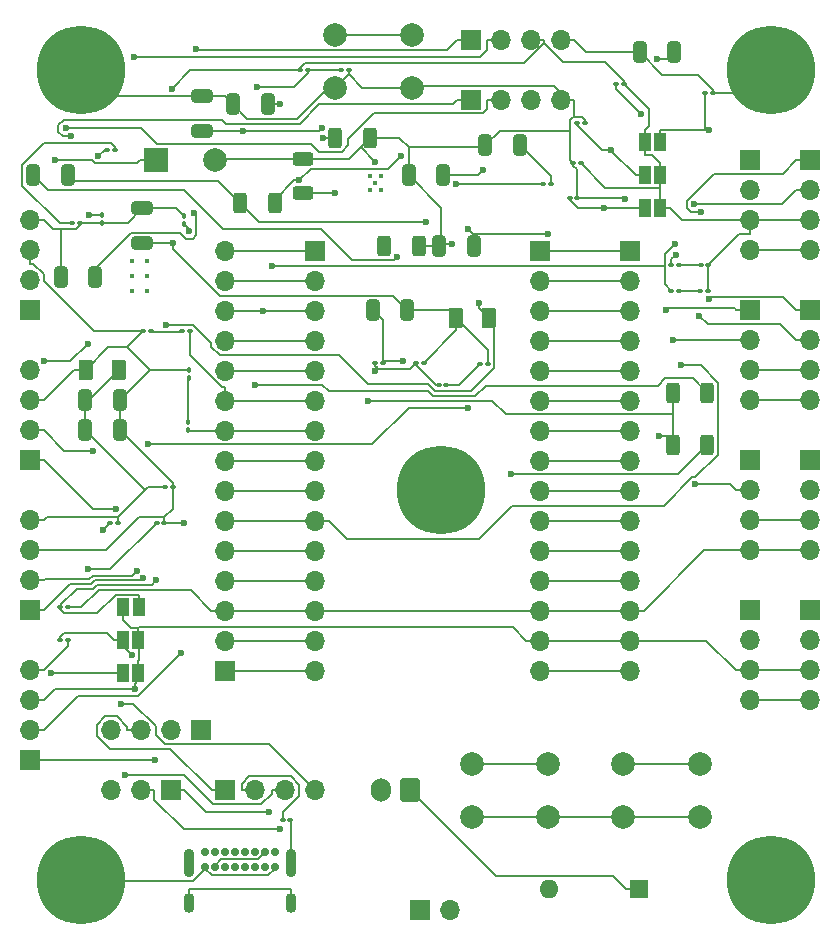
<source format=gbr>
%TF.GenerationSoftware,KiCad,Pcbnew,8.0.7*%
%TF.CreationDate,2025-01-25T22:31:14-05:00*%
%TF.ProjectId,shadow,73686164-6f77-42e6-9b69-6361645f7063,rev?*%
%TF.SameCoordinates,Original*%
%TF.FileFunction,Copper,L2,Bot*%
%TF.FilePolarity,Positive*%
%FSLAX46Y46*%
G04 Gerber Fmt 4.6, Leading zero omitted, Abs format (unit mm)*
G04 Created by KiCad (PCBNEW 8.0.7) date 2025-01-25 22:31:14*
%MOMM*%
%LPD*%
G01*
G04 APERTURE LIST*
G04 Aperture macros list*
%AMRoundRect*
0 Rectangle with rounded corners*
0 $1 Rounding radius*
0 $2 $3 $4 $5 $6 $7 $8 $9 X,Y pos of 4 corners*
0 Add a 4 corners polygon primitive as box body*
4,1,4,$2,$3,$4,$5,$6,$7,$8,$9,$2,$3,0*
0 Add four circle primitives for the rounded corners*
1,1,$1+$1,$2,$3*
1,1,$1+$1,$4,$5*
1,1,$1+$1,$6,$7*
1,1,$1+$1,$8,$9*
0 Add four rect primitives between the rounded corners*
20,1,$1+$1,$2,$3,$4,$5,0*
20,1,$1+$1,$4,$5,$6,$7,0*
20,1,$1+$1,$6,$7,$8,$9,0*
20,1,$1+$1,$8,$9,$2,$3,0*%
G04 Aperture macros list end*
%TA.AperFunction,ComponentPad*%
%ADD10R,1.700000X1.700000*%
%TD*%
%TA.AperFunction,ComponentPad*%
%ADD11O,1.700000X1.700000*%
%TD*%
%TA.AperFunction,ComponentPad*%
%ADD12RoundRect,0.250000X0.600000X0.750000X-0.600000X0.750000X-0.600000X-0.750000X0.600000X-0.750000X0*%
%TD*%
%TA.AperFunction,ComponentPad*%
%ADD13O,1.700000X2.000000*%
%TD*%
%TA.AperFunction,ComponentPad*%
%ADD14C,2.000000*%
%TD*%
%TA.AperFunction,ComponentPad*%
%ADD15C,7.500000*%
%TD*%
%TA.AperFunction,ComponentPad*%
%ADD16C,0.400000*%
%TD*%
%TA.AperFunction,ComponentPad*%
%ADD17R,1.600000X1.600000*%
%TD*%
%TA.AperFunction,ComponentPad*%
%ADD18O,1.600000X1.600000*%
%TD*%
%TA.AperFunction,ComponentPad*%
%ADD19C,0.700000*%
%TD*%
%TA.AperFunction,ComponentPad*%
%ADD20O,0.900000X2.400000*%
%TD*%
%TA.AperFunction,ComponentPad*%
%ADD21O,0.900000X1.700000*%
%TD*%
%TA.AperFunction,ComponentPad*%
%ADD22R,2.000000X2.000000*%
%TD*%
%TA.AperFunction,SMDPad,CuDef*%
%ADD23RoundRect,0.100000X-0.130000X-0.100000X0.130000X-0.100000X0.130000X0.100000X-0.130000X0.100000X0*%
%TD*%
%TA.AperFunction,SMDPad,CuDef*%
%ADD24RoundRect,0.250000X-0.375000X-0.625000X0.375000X-0.625000X0.375000X0.625000X-0.375000X0.625000X0*%
%TD*%
%TA.AperFunction,SMDPad,CuDef*%
%ADD25RoundRect,0.250000X0.325000X0.650000X-0.325000X0.650000X-0.325000X-0.650000X0.325000X-0.650000X0*%
%TD*%
%TA.AperFunction,SMDPad,CuDef*%
%ADD26R,1.000000X1.500000*%
%TD*%
%TA.AperFunction,SMDPad,CuDef*%
%ADD27RoundRect,0.100000X0.130000X0.100000X-0.130000X0.100000X-0.130000X-0.100000X0.130000X-0.100000X0*%
%TD*%
%TA.AperFunction,SMDPad,CuDef*%
%ADD28RoundRect,0.100000X-0.100000X0.130000X-0.100000X-0.130000X0.100000X-0.130000X0.100000X0.130000X0*%
%TD*%
%TA.AperFunction,SMDPad,CuDef*%
%ADD29RoundRect,0.250000X0.312500X0.625000X-0.312500X0.625000X-0.312500X-0.625000X0.312500X-0.625000X0*%
%TD*%
%TA.AperFunction,SMDPad,CuDef*%
%ADD30RoundRect,0.250000X-0.312500X-0.625000X0.312500X-0.625000X0.312500X0.625000X-0.312500X0.625000X0*%
%TD*%
%TA.AperFunction,SMDPad,CuDef*%
%ADD31RoundRect,0.250000X0.625000X-0.312500X0.625000X0.312500X-0.625000X0.312500X-0.625000X-0.312500X0*%
%TD*%
%TA.AperFunction,SMDPad,CuDef*%
%ADD32RoundRect,0.250000X0.650000X-0.325000X0.650000X0.325000X-0.650000X0.325000X-0.650000X-0.325000X0*%
%TD*%
%TA.AperFunction,SMDPad,CuDef*%
%ADD33RoundRect,0.100000X0.100000X-0.130000X0.100000X0.130000X-0.100000X0.130000X-0.100000X-0.130000X0*%
%TD*%
%TA.AperFunction,ViaPad*%
%ADD34C,0.600000*%
%TD*%
%TA.AperFunction,Conductor*%
%ADD35C,0.200000*%
%TD*%
G04 APERTURE END LIST*
D10*
%TO.P,I2C_PINOUT7,1,Pin_1*%
%TO.N,/I2C_PINOUT7/SCL*%
X165862000Y-99060000D03*
D11*
%TO.P,I2C_PINOUT7,2,Pin_2*%
%TO.N,/I2C_PINOUT7/SDA*%
X165862000Y-101600000D03*
%TO.P,I2C_PINOUT7,3,Pin_3*%
%TO.N,VCC*%
X165862000Y-104140000D03*
%TO.P,I2C_PINOUT7,4,Pin_4*%
%TO.N,GND*%
X165862000Y-106680000D03*
%TD*%
D10*
%TO.P,I2C_PINOUT9,1,Pin_1*%
%TO.N,/I2C_PINOUT9/SCL*%
X99847000Y-86360000D03*
D11*
%TO.P,I2C_PINOUT9,2,Pin_2*%
%TO.N,/I2C_PINOUT9/SDA*%
X99847000Y-83820000D03*
%TO.P,I2C_PINOUT9,3,Pin_3*%
%TO.N,VCC*%
X99847000Y-81280000D03*
%TO.P,I2C_PINOUT9,4,Pin_4*%
%TO.N,GND*%
X99847000Y-78740000D03*
%TD*%
D12*
%TO.P,BATT_JST1,1,Pin_1*%
%TO.N,/battery/BAT+*%
X132040000Y-114300000D03*
D13*
%TO.P,BATT_JST1,2,Pin_2*%
%TO.N,/battery/BAT-*%
X129540000Y-114300000D03*
%TD*%
D10*
%TO.P,I2C_PINOUT10,1,Pin_1*%
%TO.N,/I2C_PINOUT10/SCL*%
X99847000Y-99060000D03*
D11*
%TO.P,I2C_PINOUT10,2,Pin_2*%
%TO.N,/I2C_PINOUT10/SDA*%
X99847000Y-96520000D03*
%TO.P,I2C_PINOUT10,3,Pin_3*%
%TO.N,VCC*%
X99847000Y-93980000D03*
%TO.P,I2C_PINOUT10,4,Pin_4*%
%TO.N,GND*%
X99847000Y-91440000D03*
%TD*%
D10*
%TO.P,I2C_PINOUT8,1,Pin_1*%
%TO.N,/I2C_PINOUT8/SCL*%
X99847000Y-73660000D03*
D11*
%TO.P,I2C_PINOUT8,2,Pin_2*%
%TO.N,/I2C_PINOUT8/SDA*%
X99847000Y-71120000D03*
%TO.P,I2C_PINOUT8,3,Pin_3*%
%TO.N,VCC*%
X99847000Y-68580000D03*
%TO.P,I2C_PINOUT8,4,Pin_4*%
%TO.N,GND*%
X99847000Y-66040000D03*
%TD*%
D10*
%TO.P,I2C_PINOUT0,1,Pin_1*%
%TO.N,/I2C_PINOUT/SCL*%
X160782000Y-60960000D03*
D11*
%TO.P,I2C_PINOUT0,2,Pin_2*%
%TO.N,/I2C_PINOUT/SDA*%
X160782000Y-63500000D03*
%TO.P,I2C_PINOUT0,3,Pin_3*%
%TO.N,VCC*%
X160782000Y-66040000D03*
%TO.P,I2C_PINOUT0,4,Pin_4*%
%TO.N,GND*%
X160782000Y-68580000D03*
%TD*%
D10*
%TO.P,I2C_PINOUT12,1,Pin_1*%
%TO.N,/I2C_PINOUT12/SCL*%
X114300000Y-109220000D03*
D11*
%TO.P,I2C_PINOUT12,2,Pin_2*%
%TO.N,/I2C_PINOUT12/SDA*%
X111760000Y-109220000D03*
%TO.P,I2C_PINOUT12,3,Pin_3*%
%TO.N,VCC*%
X109220000Y-109220000D03*
%TO.P,I2C_PINOUT12,4,Pin_4*%
%TO.N,GND*%
X106680000Y-109220000D03*
%TD*%
D10*
%TO.P,UART1,1,Pin_1*%
%TO.N,/GPIO2*%
X111760000Y-114300000D03*
D11*
%TO.P,UART1,2,Pin_2*%
%TO.N,/GPIO1*%
X109220000Y-114300000D03*
%TO.P,UART1,3,Pin_3*%
%TO.N,/GPIO0*%
X106680000Y-114300000D03*
%TD*%
D10*
%TO.P,I2C_PINOUT2,1,Pin_1*%
%TO.N,/I2C_PINOUT2/SCL*%
X160782000Y-86360000D03*
D11*
%TO.P,I2C_PINOUT2,2,Pin_2*%
%TO.N,/I2C_PINOUT2/SDA*%
X160782000Y-88900000D03*
%TO.P,I2C_PINOUT2,3,Pin_3*%
%TO.N,VCC*%
X160782000Y-91440000D03*
%TO.P,I2C_PINOUT2,4,Pin_4*%
%TO.N,GND*%
X160782000Y-93980000D03*
%TD*%
D14*
%TO.P,SW2,1,1*%
%TO.N,/GPIO24*%
X150087000Y-112050000D03*
X156587000Y-112050000D03*
%TO.P,SW2,2,2*%
%TO.N,GND*%
X150087000Y-116550000D03*
X156587000Y-116550000D03*
%TD*%
D10*
%TO.P,PICO_R1,1,Pin_1*%
%TO.N,/GPIO29*%
X143027000Y-68610000D03*
D11*
%TO.P,PICO_R1,2,Pin_2*%
%TO.N,/GPIO28*%
X143027000Y-71150000D03*
%TO.P,PICO_R1,3,Pin_3*%
%TO.N,/GPIO27*%
X143027000Y-73690000D03*
%TO.P,PICO_R1,4,Pin_4*%
%TO.N,/GPIO26*%
X143027000Y-76230000D03*
%TO.P,PICO_R1,5,Pin_5*%
%TO.N,/GPIO25*%
X143027000Y-78770000D03*
%TO.P,PICO_R1,6,Pin_6*%
%TO.N,/GPIO24*%
X143027000Y-81310000D03*
%TO.P,PICO_R1,7,Pin_7*%
%TO.N,/GPIO23*%
X143027000Y-83850000D03*
%TO.P,PICO_R1,8,Pin_8*%
%TO.N,/GPIO22*%
X143027000Y-86390000D03*
%TO.P,PICO_R1,9,Pin_9*%
%TO.N,/GPIO21*%
X143027000Y-88930000D03*
%TO.P,PICO_R1,10,Pin_10*%
%TO.N,/GPIO20*%
X143027000Y-91470000D03*
%TO.P,PICO_R1,11,Pin_11*%
%TO.N,/GPIO19*%
X143027000Y-94010000D03*
%TO.P,PICO_R1,12,Pin_12*%
%TO.N,/GPIO18*%
X143027000Y-96550000D03*
%TO.P,PICO_R1,13,Pin_13*%
%TO.N,GND*%
X143027000Y-99090000D03*
%TO.P,PICO_R1,14,Pin_14*%
%TO.N,VCC*%
X143027000Y-101630000D03*
%TO.P,PICO_R1,15,Pin_15*%
%TO.N,/GPIO15*%
X143027000Y-104170000D03*
%TD*%
D14*
%TO.P,RST_SW1,1,1*%
%TO.N,/GPIO20*%
X125680000Y-50328000D03*
X132180000Y-50328000D03*
%TO.P,RST_SW1,2,2*%
%TO.N,GND*%
X125680000Y-54828000D03*
X132180000Y-54828000D03*
%TD*%
D15*
%TO.P,H4,1,1*%
%TO.N,GND*%
X104140000Y-121920000D03*
%TD*%
D10*
%TO.P,OLED_CONN1,1,Pin_1*%
%TO.N,VCC*%
X116367000Y-114300000D03*
D11*
%TO.P,OLED_CONN1,2,Pin_2*%
%TO.N,GND*%
X118907000Y-114300000D03*
%TO.P,OLED_CONN1,3,Pin_3*%
%TO.N,/OLED_SCL*%
X121447000Y-114300000D03*
%TO.P,OLED_CONN1,4,Pin_4*%
%TO.N,/OLED_SDA*%
X123987000Y-114300000D03*
%TD*%
D15*
%TO.P,H5,1,1*%
%TO.N,GND*%
X162560000Y-121920000D03*
%TD*%
D10*
%TO.P,I2C_PINOUT5,1,Pin_1*%
%TO.N,/I2C_PINOUT5/SCL*%
X165862000Y-73660000D03*
D11*
%TO.P,I2C_PINOUT5,2,Pin_2*%
%TO.N,/I2C_PINOUT5/SDA*%
X165862000Y-76200000D03*
%TO.P,I2C_PINOUT5,3,Pin_3*%
%TO.N,VCC*%
X165862000Y-78740000D03*
%TO.P,I2C_PINOUT5,4,Pin_4*%
%TO.N,GND*%
X165862000Y-81280000D03*
%TD*%
D10*
%TO.P,I2C_PINOUT6,1,Pin_1*%
%TO.N,/I2C_PINOUT6/SCL*%
X165862000Y-86360000D03*
D11*
%TO.P,I2C_PINOUT6,2,Pin_2*%
%TO.N,/I2C_PINOUT6/SDA*%
X165862000Y-88900000D03*
%TO.P,I2C_PINOUT6,3,Pin_3*%
%TO.N,VCC*%
X165862000Y-91440000D03*
%TO.P,I2C_PINOUT6,4,Pin_4*%
%TO.N,GND*%
X165862000Y-93980000D03*
%TD*%
D16*
%TO.P,U3,12*%
%TO.N,N/C*%
X128640000Y-62265000D03*
%TO.P,U3,13*%
X129540000Y-62265000D03*
%TO.P,U3,14*%
X129090000Y-62865000D03*
%TO.P,U3,15*%
X128640000Y-63465000D03*
%TO.P,U3,16*%
X129540000Y-63465000D03*
%TD*%
%TO.P,U5,10*%
%TO.N,N/C*%
X109738200Y-72064400D03*
%TO.P,U5,11*%
X108438200Y-72064400D03*
%TO.P,U5,12*%
X109738200Y-70764400D03*
%TO.P,U5,13*%
X108438200Y-70764400D03*
%TO.P,U5,14*%
X109738200Y-69464400D03*
%TO.P,U5,15*%
X108438200Y-69464400D03*
%TD*%
D10*
%TO.P,MOTOR_CONN1,1,Pin_1*%
%TO.N,/GPIO4*%
X132867000Y-124460000D03*
D11*
%TO.P,MOTOR_CONN1,2,Pin_2*%
%TO.N,/GPIO3*%
X135407000Y-124460000D03*
%TD*%
D14*
%TO.P,SW1,1,1*%
%TO.N,/GPIO23*%
X137237000Y-112050000D03*
X143737000Y-112050000D03*
%TO.P,SW1,2,2*%
%TO.N,GND*%
X137237000Y-116550000D03*
X143737000Y-116550000D03*
%TD*%
D15*
%TO.P,H1,1,1*%
%TO.N,GND*%
X104140000Y-53340000D03*
%TD*%
D10*
%TO.P,US1,1,Pin_1*%
%TO.N,/US_SDA*%
X137160000Y-55855000D03*
D11*
%TO.P,US1,2,Pin_2*%
%TO.N,/US_SCL*%
X139700000Y-55855000D03*
%TO.P,US1,3,Pin_3*%
%TO.N,VCC*%
X142240000Y-55855000D03*
%TO.P,US1,4,Pin_4*%
%TO.N,GND*%
X144780000Y-55855000D03*
%TD*%
D17*
%TO.P,SW3,1,A*%
%TO.N,/battery/BAT+*%
X151384000Y-122682000D03*
D18*
%TO.P,SW3,2,B*%
%TO.N,Net-(SW3-B)*%
X143764000Y-122682000D03*
%TD*%
D19*
%TO.P,J1,A1,GND*%
%TO.N,GND*%
X114627000Y-119495200D03*
%TO.P,J1,A4,VBUS*%
%TO.N,Net-(U3-IN)*%
X115477000Y-119495200D03*
%TO.P,J1,A5,CC1*%
%TO.N,unconnected-(J1-CC1-PadA5)*%
X116327000Y-119495200D03*
%TO.P,J1,A6,D+*%
%TO.N,unconnected-(J1-D+-PadA6)*%
X117177000Y-119495200D03*
%TO.P,J1,A7,D-*%
%TO.N,unconnected-(J1-D--PadA7)*%
X118027000Y-119495200D03*
%TO.P,J1,A8,SBU1*%
%TO.N,unconnected-(J1-SBU1-PadA8)*%
X118877000Y-119495200D03*
%TO.P,J1,A9,VBUS*%
%TO.N,Net-(U3-IN)*%
X119727000Y-119495200D03*
%TO.P,J1,A12,GND*%
%TO.N,GND*%
X120577000Y-119495200D03*
%TO.P,J1,B1,GND*%
X120577000Y-120845200D03*
%TO.P,J1,B4,VBUS*%
%TO.N,Net-(U3-IN)*%
X119727000Y-120845200D03*
%TO.P,J1,B5,CC2*%
%TO.N,unconnected-(J1-CC2-PadB5)*%
X118877000Y-120845200D03*
%TO.P,J1,B6,D+*%
%TO.N,unconnected-(J1-D+-PadB6)*%
X118027000Y-120845200D03*
%TO.P,J1,B7,D-*%
%TO.N,unconnected-(J1-D--PadB7)*%
X117177000Y-120845200D03*
%TO.P,J1,B8,SBU2*%
%TO.N,unconnected-(J1-SBU2-PadB8)*%
X116327000Y-120845200D03*
%TO.P,J1,B9,VBUS*%
%TO.N,Net-(U3-IN)*%
X115477000Y-120845200D03*
%TO.P,J1,B12,GND*%
%TO.N,GND*%
X114627000Y-120845200D03*
D20*
%TO.P,J1,S1,SHIELD*%
%TO.N,Net-(J1-SHIELD)*%
X113277000Y-120475200D03*
D21*
X113277000Y-123855200D03*
D20*
X121927000Y-120475200D03*
D21*
X121927000Y-123855200D03*
%TD*%
D10*
%TO.P,GPIO_L1,1,Pin_1*%
%TO.N,/GPIO14*%
X116357000Y-104170000D03*
D11*
%TO.P,GPIO_L1,2,Pin_2*%
%TO.N,/GPIO13*%
X116357000Y-101630000D03*
%TO.P,GPIO_L1,3,Pin_3*%
%TO.N,GND*%
X116357000Y-99090000D03*
%TO.P,GPIO_L1,4,Pin_4*%
%TO.N,/GPIO11*%
X116357000Y-96550000D03*
%TO.P,GPIO_L1,5,Pin_5*%
%TO.N,/GPIO10*%
X116357000Y-94010000D03*
%TO.P,GPIO_L1,6,Pin_6*%
%TO.N,/GPIO9*%
X116357000Y-91470000D03*
%TO.P,GPIO_L1,7,Pin_7*%
%TO.N,/GPIO8*%
X116357000Y-88930000D03*
%TO.P,GPIO_L1,8,Pin_8*%
%TO.N,/GPIO7*%
X116357000Y-86390000D03*
%TO.P,GPIO_L1,9,Pin_9*%
%TO.N,/GPIO6*%
X116357000Y-83850000D03*
%TO.P,GPIO_L1,10,Pin_10*%
%TO.N,/GPIO5*%
X116357000Y-81310000D03*
%TO.P,GPIO_L1,11,Pin_11*%
%TO.N,/GPIO4*%
X116357000Y-78770000D03*
%TO.P,GPIO_L1,12,Pin_12*%
%TO.N,/GPIO3*%
X116357000Y-76230000D03*
%TO.P,GPIO_L1,13,Pin_13*%
%TO.N,/GPIO2*%
X116357000Y-73690000D03*
%TO.P,GPIO_L1,14,Pin_14*%
%TO.N,/GPIO1*%
X116357000Y-71150000D03*
%TO.P,GPIO_L1,15,Pin_15*%
%TO.N,/GPIO0*%
X116357000Y-68610000D03*
%TD*%
D10*
%TO.P,I2C_PINOUT4,1,Pin_1*%
%TO.N,/I2C_PINOUT4/SCL*%
X165862000Y-60960000D03*
D11*
%TO.P,I2C_PINOUT4,2,Pin_2*%
%TO.N,/I2C_PINOUT4/SDA*%
X165862000Y-63500000D03*
%TO.P,I2C_PINOUT4,3,Pin_3*%
%TO.N,VCC*%
X165862000Y-66040000D03*
%TO.P,I2C_PINOUT4,4,Pin_4*%
%TO.N,GND*%
X165862000Y-68580000D03*
%TD*%
D15*
%TO.P,H3,1,1*%
%TO.N,GND*%
X134620000Y-88900000D03*
%TD*%
D10*
%TO.P,I2C_PINOUT1,1,Pin_1*%
%TO.N,/I2C_PINOUT1/SCL*%
X160807000Y-73660000D03*
D11*
%TO.P,I2C_PINOUT1,2,Pin_2*%
%TO.N,/I2C_PINOUT1/SDA*%
X160807000Y-76200000D03*
%TO.P,I2C_PINOUT1,3,Pin_3*%
%TO.N,VCC*%
X160807000Y-78740000D03*
%TO.P,I2C_PINOUT1,4,Pin_4*%
%TO.N,GND*%
X160807000Y-81280000D03*
%TD*%
D10*
%TO.P,PICO_L1,1,Pin_1*%
%TO.N,/GPIO0*%
X123977000Y-68610000D03*
D11*
%TO.P,PICO_L1,2,Pin_2*%
%TO.N,/GPIO1*%
X123977000Y-71150000D03*
%TO.P,PICO_L1,3,Pin_3*%
%TO.N,/GPIO2*%
X123977000Y-73690000D03*
%TO.P,PICO_L1,4,Pin_4*%
%TO.N,/GPIO3*%
X123977000Y-76230000D03*
%TO.P,PICO_L1,5,Pin_5*%
%TO.N,/GPIO4*%
X123977000Y-78770000D03*
%TO.P,PICO_L1,6,Pin_6*%
%TO.N,/GPIO5*%
X123977000Y-81310000D03*
%TO.P,PICO_L1,7,Pin_7*%
%TO.N,/GPIO6*%
X123977000Y-83850000D03*
%TO.P,PICO_L1,8,Pin_8*%
%TO.N,/GPIO7*%
X123977000Y-86390000D03*
%TO.P,PICO_L1,9,Pin_9*%
%TO.N,/GPIO8*%
X123977000Y-88930000D03*
%TO.P,PICO_L1,10,Pin_10*%
%TO.N,/GPIO9*%
X123977000Y-91470000D03*
%TO.P,PICO_L1,11,Pin_11*%
%TO.N,/GPIO10*%
X123977000Y-94010000D03*
%TO.P,PICO_L1,12,Pin_12*%
%TO.N,/GPIO11*%
X123977000Y-96550000D03*
%TO.P,PICO_L1,13,Pin_13*%
%TO.N,GND*%
X123977000Y-99090000D03*
%TO.P,PICO_L1,14,Pin_14*%
%TO.N,/GPIO13*%
X123977000Y-101630000D03*
%TO.P,PICO_L1,15,Pin_15*%
%TO.N,/GPIO14*%
X123977000Y-104170000D03*
%TD*%
D15*
%TO.P,H2,1,1*%
%TO.N,GND*%
X162560000Y-53340000D03*
%TD*%
D10*
%TO.P,I2C_PINOUT11,1,Pin_1*%
%TO.N,/I2C_PINOUT11/SCL*%
X99847000Y-111760000D03*
D11*
%TO.P,I2C_PINOUT11,2,Pin_2*%
%TO.N,/I2C_PINOUT11/SDA*%
X99847000Y-109220000D03*
%TO.P,I2C_PINOUT11,3,Pin_3*%
%TO.N,VCC*%
X99847000Y-106680000D03*
%TO.P,I2C_PINOUT11,4,Pin_4*%
%TO.N,GND*%
X99847000Y-104140000D03*
%TD*%
D10*
%TO.P,GPIO_R1,1,Pin_1*%
%TO.N,/GPIO29*%
X150647000Y-68610000D03*
D11*
%TO.P,GPIO_R1,2,Pin_2*%
%TO.N,/GPIO28*%
X150647000Y-71150000D03*
%TO.P,GPIO_R1,3,Pin_3*%
%TO.N,/GPIO27*%
X150647000Y-73690000D03*
%TO.P,GPIO_R1,4,Pin_4*%
%TO.N,/GPIO26*%
X150647000Y-76230000D03*
%TO.P,GPIO_R1,5,Pin_5*%
%TO.N,/GPIO25*%
X150647000Y-78770000D03*
%TO.P,GPIO_R1,6,Pin_6*%
%TO.N,/GPIO24*%
X150647000Y-81310000D03*
%TO.P,GPIO_R1,7,Pin_7*%
%TO.N,/GPIO23*%
X150647000Y-83850000D03*
%TO.P,GPIO_R1,8,Pin_8*%
%TO.N,/GPIO22*%
X150647000Y-86390000D03*
%TO.P,GPIO_R1,9,Pin_9*%
%TO.N,/GPIO21*%
X150647000Y-88930000D03*
%TO.P,GPIO_R1,10,Pin_10*%
%TO.N,/GPIO20*%
X150647000Y-91470000D03*
%TO.P,GPIO_R1,11,Pin_11*%
%TO.N,/GPIO19*%
X150647000Y-94010000D03*
%TO.P,GPIO_R1,12,Pin_12*%
%TO.N,/GPIO18*%
X150647000Y-96550000D03*
%TO.P,GPIO_R1,13,Pin_13*%
%TO.N,GND*%
X150647000Y-99090000D03*
%TO.P,GPIO_R1,14,Pin_14*%
%TO.N,VCC*%
X150647000Y-101630000D03*
%TO.P,GPIO_R1,15,Pin_15*%
%TO.N,/GPIO15*%
X150647000Y-104170000D03*
%TD*%
D10*
%TO.P,I2C_PINOUT3,1,Pin_1*%
%TO.N,/I2C_PINOUT3/SCL*%
X160782000Y-99060000D03*
D11*
%TO.P,I2C_PINOUT3,2,Pin_2*%
%TO.N,/I2C_PINOUT3/SDA*%
X160782000Y-101600000D03*
%TO.P,I2C_PINOUT3,3,Pin_3*%
%TO.N,VCC*%
X160782000Y-104140000D03*
%TO.P,I2C_PINOUT3,4,Pin_4*%
%TO.N,GND*%
X160782000Y-106680000D03*
%TD*%
D10*
%TO.P,ARR1,1,Pin_1*%
%TO.N,/SENSOR_SDA*%
X137160000Y-50800000D03*
D11*
%TO.P,ARR1,2,Pin_2*%
%TO.N,/SENSOR_SCL*%
X139700000Y-50800000D03*
%TO.P,ARR1,3,Pin_3*%
%TO.N,VCC*%
X142240000Y-50800000D03*
%TO.P,ARR1,4,Pin_4*%
%TO.N,GND*%
X144780000Y-50800000D03*
%TD*%
D22*
%TO.P,C13,1*%
%TO.N,VCC*%
X110493800Y-60985400D03*
D14*
%TO.P,C13,2*%
%TO.N,GND*%
X115493800Y-60985400D03*
%TD*%
D23*
%TO.P,R18,1*%
%TO.N,VCC*%
X109433000Y-75438000D03*
%TO.P,R18,2*%
%TO.N,Net-(R18-Pad2)*%
X110073000Y-75438000D03*
%TD*%
D24*
%TO.P,D2,1,K*%
%TO.N,VCC*%
X104546000Y-78740000D03*
%TO.P,D2,2,A*%
%TO.N,GND*%
X107346000Y-78740000D03*
%TD*%
D25*
%TO.P,C4,1*%
%TO.N,Net-(D1-K)*%
X131802000Y-73660000D03*
%TO.P,C4,2*%
%TO.N,GND*%
X128852000Y-73660000D03*
%TD*%
D26*
%TO.P,JP6,1,A*%
%TO.N,Net-(JP6-A)*%
X153219000Y-59436000D03*
%TO.P,JP6,2,B*%
%TO.N,VCC*%
X151919000Y-59436000D03*
%TD*%
D27*
%TO.P,C15,1*%
%TO.N,VCC*%
X146486000Y-61214000D03*
%TO.P,C15,2*%
%TO.N,GND*%
X145846000Y-61214000D03*
%TD*%
%TO.P,R13,1*%
%TO.N,GND*%
X104068000Y-66294000D03*
%TO.P,R13,2*%
%TO.N,Net-(R13-Pad2)*%
X103428000Y-66294000D03*
%TD*%
D25*
%TO.P,C7,1*%
%TO.N,Net-(IC2-VDD)*%
X103049600Y-62230000D03*
%TO.P,C7,2*%
%TO.N,/battery/BAT-*%
X100099600Y-62230000D03*
%TD*%
D23*
%TO.P,R2,1*%
%TO.N,Net-(U4-FB)*%
X132547000Y-78105000D03*
%TO.P,R2,2*%
%TO.N,Net-(D1-K)*%
X133187000Y-78105000D03*
%TD*%
D28*
%TO.P,R33,1*%
%TO.N,Net-(R19-Pad2)*%
X113182000Y-83155000D03*
%TO.P,R33,2*%
%TO.N,/GPIO6*%
X113182000Y-83795000D03*
%TD*%
D27*
%TO.P,R22,1*%
%TO.N,GND*%
X103052000Y-98806000D03*
%TO.P,R22,2*%
%TO.N,Net-(JP3-A)*%
X102412000Y-98806000D03*
%TD*%
D25*
%TO.P,C12,1*%
%TO.N,VCC*%
X107467000Y-83820000D03*
%TO.P,C12,2*%
%TO.N,GND*%
X104517000Y-83820000D03*
%TD*%
D27*
%TO.P,R21,1*%
%TO.N,GND*%
X103027000Y-101600000D03*
%TO.P,R21,2*%
%TO.N,Net-(JP4-B)*%
X102387000Y-101600000D03*
%TD*%
D26*
%TO.P,JP7,1,A*%
%TO.N,VCC*%
X153217000Y-62230000D03*
%TO.P,JP7,2,B*%
%TO.N,Net-(JP7-B)*%
X151917000Y-62230000D03*
%TD*%
D27*
%TO.P,R15,1*%
%TO.N,GND*%
X126837000Y-53340000D03*
%TO.P,R15,2*%
%TO.N,Net-(12V1-A)*%
X126197000Y-53340000D03*
%TD*%
D24*
%TO.P,D1,1,K*%
%TO.N,Net-(D1-K)*%
X135912000Y-74295000D03*
%TO.P,D1,2,A*%
%TO.N,Net-(D1-A)*%
X138712000Y-74295000D03*
%TD*%
D25*
%TO.P,C5,1*%
%TO.N,Net-(SW3-B)*%
X154408000Y-51816000D03*
%TO.P,C5,2*%
%TO.N,GND*%
X151458000Y-51816000D03*
%TD*%
D27*
%TO.P,R14,1*%
%TO.N,Net-(12V1-A)*%
X123372000Y-53340000D03*
%TO.P,R14,2*%
%TO.N,VCC*%
X122732000Y-53340000D03*
%TD*%
D29*
%TO.P,R8,1*%
%TO.N,Net-(PG1-A)*%
X157189500Y-80645000D03*
%TO.P,R8,2*%
%TO.N,/battery/BAT+*%
X154264500Y-80645000D03*
%TD*%
D27*
%TO.P,R28,1*%
%TO.N,VCC*%
X157256000Y-69850000D03*
%TO.P,R28,2*%
%TO.N,Net-(R28-Pad2)*%
X156616000Y-69850000D03*
%TD*%
%TO.P,R25,1*%
%TO.N,GND*%
X146177000Y-64135000D03*
%TO.P,R25,2*%
%TO.N,Net-(JP8-B)*%
X145537000Y-64135000D03*
%TD*%
%TO.P,R20,1*%
%TO.N,GND*%
X107279000Y-91694000D03*
%TO.P,R20,2*%
%TO.N,Net-(JP5-B)*%
X106639000Y-91694000D03*
%TD*%
%TO.P,R34,1*%
%TO.N,Net-(R28-Pad2)*%
X154777000Y-69845000D03*
%TO.P,R34,2*%
%TO.N,/GPIO9*%
X154137000Y-69845000D03*
%TD*%
D25*
%TO.P,C10,1*%
%TO.N,Net-(U5-DVDT)*%
X105386000Y-70866000D03*
%TO.P,C10,2*%
%TO.N,GND*%
X102436000Y-70866000D03*
%TD*%
%TO.P,C9,1*%
%TO.N,/battery/BAT+*%
X119962000Y-56220000D03*
%TO.P,C9,2*%
%TO.N,GND*%
X117012000Y-56220000D03*
%TD*%
D29*
%TO.P,R9,1*%
%TO.N,Net-(CHG1-A)*%
X157189500Y-85090000D03*
%TO.P,R9,2*%
%TO.N,/battery/BAT+*%
X154264500Y-85090000D03*
%TD*%
D27*
%TO.P,C14,1*%
%TO.N,VCC*%
X111912000Y-88646000D03*
%TO.P,C14,2*%
%TO.N,GND*%
X111272000Y-88646000D03*
%TD*%
D26*
%TO.P,JP3,1,A*%
%TO.N,Net-(JP3-A)*%
X109036000Y-98806000D03*
%TO.P,JP3,2,B*%
%TO.N,VCC*%
X107736000Y-98806000D03*
%TD*%
D30*
%TO.P,R6,1*%
%TO.N,Net-(U3-ISET)*%
X125689500Y-59055000D03*
%TO.P,R6,2*%
%TO.N,GND*%
X128614500Y-59055000D03*
%TD*%
D27*
%TO.P,R32,1*%
%TO.N,Net-(R27-Pad2)*%
X154772000Y-72009000D03*
%TO.P,R32,2*%
%TO.N,/GPIO8*%
X154132000Y-72009000D03*
%TD*%
D25*
%TO.P,C2,1*%
%TO.N,Net-(U4-SS)*%
X134850000Y-62230000D03*
%TO.P,C2,2*%
%TO.N,GND*%
X131900000Y-62230000D03*
%TD*%
D27*
%TO.P,R30,1*%
%TO.N,Net-(J1-SHIELD)*%
X121895000Y-116840000D03*
%TO.P,R30,2*%
%TO.N,GND*%
X121255000Y-116840000D03*
%TD*%
D25*
%TO.P,C11,1*%
%TO.N,VCC*%
X107467000Y-81280000D03*
%TO.P,C11,2*%
%TO.N,GND*%
X104517000Y-81280000D03*
%TD*%
%TO.P,C1,1*%
%TO.N,Net-(C1-Pad1)*%
X141327000Y-59690000D03*
%TO.P,C1,2*%
%TO.N,GND*%
X138377000Y-59690000D03*
%TD*%
D29*
%TO.P,R10,1*%
%TO.N,GND*%
X132740000Y-68199000D03*
%TO.P,R10,2*%
%TO.N,Net-(U3-TS)*%
X129815000Y-68199000D03*
%TD*%
D23*
%TO.P,R16,1*%
%TO.N,Net-(R1-Pad2)*%
X137972000Y-78232000D03*
%TO.P,R16,2*%
%TO.N,Net-(D1-K)*%
X138612000Y-78232000D03*
%TD*%
D30*
%TO.P,R5,1*%
%TO.N,Net-(IC2-VDD)*%
X117638100Y-64617600D03*
%TO.P,R5,2*%
%TO.N,/battery/BAT+*%
X120563100Y-64617600D03*
%TD*%
D26*
%TO.P,JP8,1,A*%
%TO.N,VCC*%
X153219000Y-65024000D03*
%TO.P,JP8,2,B*%
%TO.N,Net-(JP8-B)*%
X151919000Y-65024000D03*
%TD*%
D28*
%TO.P,R11,1*%
%TO.N,GND*%
X112867000Y-65720000D03*
%TO.P,R11,2*%
%TO.N,Net-(U5-EN{slash}UVLO)*%
X112867000Y-66360000D03*
%TD*%
D27*
%TO.P,R24,1*%
%TO.N,GND*%
X146812000Y-57785000D03*
%TO.P,R24,2*%
%TO.N,Net-(JP7-B)*%
X146172000Y-57785000D03*
%TD*%
D25*
%TO.P,C6,1*%
%TO.N,Net-(SW3-B)*%
X137451500Y-68199000D03*
%TO.P,C6,2*%
%TO.N,GND*%
X134501500Y-68199000D03*
%TD*%
D31*
%TO.P,R7,1*%
%TO.N,Net-(U3-PRETERM)*%
X122936000Y-63754000D03*
%TO.P,R7,2*%
%TO.N,GND*%
X122936000Y-60829000D03*
%TD*%
D32*
%TO.P,C8,1*%
%TO.N,Net-(U3-IN)*%
X114417300Y-58474400D03*
%TO.P,C8,2*%
%TO.N,GND*%
X114417300Y-55524400D03*
%TD*%
D26*
%TO.P,JP4,1,A*%
%TO.N,VCC*%
X109021000Y-101600000D03*
%TO.P,JP4,2,B*%
%TO.N,Net-(JP4-B)*%
X107721000Y-101600000D03*
%TD*%
D23*
%TO.P,R1,1*%
%TO.N,Net-(U4-FB)*%
X134452000Y-80010000D03*
%TO.P,R1,2*%
%TO.N,Net-(R1-Pad2)*%
X135092000Y-80010000D03*
%TD*%
%TO.P,R31,1*%
%TO.N,Net-(R18-Pad2)*%
X112710000Y-75438000D03*
%TO.P,R31,2*%
%TO.N,/GPIO5*%
X113350000Y-75438000D03*
%TD*%
D27*
%TO.P,R3,1*%
%TO.N,GND*%
X129697000Y-78105000D03*
%TO.P,R3,2*%
%TO.N,Net-(U4-FB)*%
X129057000Y-78105000D03*
%TD*%
%TO.P,R26,1*%
%TO.N,VCC*%
X150114000Y-54483000D03*
%TO.P,R26,2*%
%TO.N,Net-(U2-~{RESET})*%
X149474000Y-54483000D03*
%TD*%
D32*
%TO.P,C3,1*%
%TO.N,Net-(D1-K)*%
X109347000Y-67997600D03*
%TO.P,C3,2*%
%TO.N,GND*%
X109347000Y-65047600D03*
%TD*%
D27*
%TO.P,R23,1*%
%TO.N,VCC*%
X111211000Y-91694000D03*
%TO.P,R23,2*%
%TO.N,Net-(U1-~{RESET})*%
X110571000Y-91694000D03*
%TD*%
D28*
%TO.P,R19,1*%
%TO.N,VCC*%
X113309000Y-78740000D03*
%TO.P,R19,2*%
%TO.N,Net-(R19-Pad2)*%
X113309000Y-79380000D03*
%TD*%
D33*
%TO.P,R12,1*%
%TO.N,GND*%
X105943000Y-66269000D03*
%TO.P,R12,2*%
%TO.N,Net-(U5-ILM)*%
X105943000Y-65629000D03*
%TD*%
D27*
%TO.P,R4,1*%
%TO.N,Net-(C1-Pad1)*%
X143946000Y-62992000D03*
%TO.P,R4,2*%
%TO.N,Net-(U4-COMP)*%
X143306000Y-62992000D03*
%TD*%
D26*
%TO.P,JP5,1,A*%
%TO.N,VCC*%
X109021000Y-104394000D03*
%TO.P,JP5,2,B*%
%TO.N,Net-(JP5-B)*%
X107721000Y-104394000D03*
%TD*%
D27*
%TO.P,R29,1*%
%TO.N,GND*%
X157637000Y-55245000D03*
%TO.P,R29,2*%
%TO.N,Net-(JP6-A)*%
X156997000Y-55245000D03*
%TD*%
%TO.P,R17,1*%
%TO.N,Net-(R13-Pad2)*%
X107010600Y-60071000D03*
%TO.P,R17,2*%
%TO.N,Net-(U5-ILM)*%
X106370600Y-60071000D03*
%TD*%
%TO.P,R27,1*%
%TO.N,VCC*%
X157231000Y-72009000D03*
%TO.P,R27,2*%
%TO.N,Net-(R27-Pad2)*%
X156591000Y-72009000D03*
%TD*%
D34*
%TO.N,GND*%
X135580500Y-68034600D03*
X129090500Y-61102800D03*
X150188400Y-64268900D03*
X131417700Y-78004800D03*
%TO.N,Net-(SW3-B)*%
X136939100Y-81919100D03*
X109829600Y-85022800D03*
X136939100Y-66786100D03*
X143718400Y-67223000D03*
X152907300Y-52386800D03*
%TO.N,Net-(U4-FB)*%
X129046300Y-78815300D03*
%TO.N,Net-(U4-COMP)*%
X135952000Y-62992000D03*
%TO.N,Net-(U5-EN{slash}UVLO)*%
X113330500Y-66997900D03*
%TO.N,Net-(D1-K)*%
X111963200Y-67997600D03*
%TO.N,Net-(D1-A)*%
X137880800Y-73034900D03*
X111391500Y-74935900D03*
%TO.N,Net-(U5-ILM)*%
X104811500Y-65629000D03*
X105596600Y-60640400D03*
%TO.N,Net-(12V1-A)*%
X119027000Y-54727000D03*
%TO.N,Net-(U4-SS)*%
X138192000Y-61774800D03*
%TO.N,Net-(JP6-A)*%
X157294500Y-58384300D03*
%TO.N,Net-(JP5-B)*%
X104749100Y-76516100D03*
X106052700Y-92280300D03*
X101029200Y-77998800D03*
X101653200Y-104394000D03*
%TO.N,Net-(JP4-B)*%
X108438300Y-102853200D03*
%TO.N,Net-(JP3-A)*%
X110537500Y-96546200D03*
%TO.N,Net-(U1-~{RESET})*%
X104779200Y-95616600D03*
%TO.N,Net-(JP7-B)*%
X149069200Y-60096100D03*
%TO.N,Net-(JP8-B)*%
X148463200Y-65024000D03*
%TO.N,Net-(U2-~{RESET})*%
X151578500Y-57060100D03*
%TO.N,/OLED_SCL*%
X107868300Y-112990800D03*
%TO.N,/SENSOR_SDA*%
X113856900Y-51578900D03*
%TO.N,/I2C_PINOUT11/SCL*%
X110444500Y-111760000D03*
%TO.N,/I2C_PINOUT9/SDA*%
X105211600Y-85582600D03*
%TO.N,/I2C_PINOUT10/SCL*%
X109452900Y-96338000D03*
%TO.N,/I2C_PINOUT10/SDA*%
X108913800Y-95708400D03*
%TO.N,/OLED_SDA*%
X107507800Y-106965400D03*
%TO.N,/I2C_PINOUT9/SCL*%
X107091300Y-90507300D03*
%TO.N,/SENSOR_SCL*%
X108684800Y-52186700D03*
%TO.N,/I2C_PINOUT11/SDA*%
X112615100Y-102698500D03*
%TO.N,/US_SDA*%
X103342500Y-58939400D03*
%TO.N,/US_SCL*%
X102855200Y-58266800D03*
%TO.N,/I2C_PINOUT4/SCL*%
X156693000Y-65311600D03*
%TO.N,/I2C_PINOUT4/SDA*%
X156049500Y-64701500D03*
%TO.N,/GPIO8*%
X120368000Y-69880000D03*
X154456500Y-68040500D03*
%TO.N,/I2C_PINOUT2/SDA*%
X156178300Y-88415900D03*
%TO.N,/I2C_PINOUT1/SDA*%
X154254800Y-76200000D03*
%TO.N,/GPIO9*%
X154504500Y-68976800D03*
X154941500Y-78308600D03*
%TO.N,/I2C_PINOUT1/SCL*%
X153653100Y-73660000D03*
%TO.N,/I2C_PINOUT5/SCL*%
X157371700Y-72725900D03*
%TO.N,/I2C_PINOUT5/SDA*%
X156453200Y-74115800D03*
%TO.N,/GPIO1*%
X121013500Y-117564400D03*
%TO.N,/GPIO2*%
X120114400Y-116160600D03*
X119588300Y-73690000D03*
%TO.N,Net-(IC2-VDD)*%
X133350000Y-66222500D03*
%TO.N,Net-(U5-DVDT)*%
X113722400Y-65470200D03*
%TO.N,Net-(CHG1-A)*%
X140589800Y-87564200D03*
%TO.N,Net-(PG1-A)*%
X118913900Y-79976800D03*
%TO.N,Net-(U3-ISET)*%
X124612300Y-59055000D03*
%TO.N,Net-(U3-PRETERM)*%
X125664100Y-63754000D03*
%TO.N,VCC*%
X108723300Y-105737800D03*
X101933100Y-60985400D03*
X112853100Y-91694000D03*
X111837300Y-54918500D03*
%TO.N,/battery/BAT-*%
X130913700Y-69130600D03*
%TO.N,/battery/BAT+*%
X153115100Y-84337000D03*
X121042600Y-56220000D03*
X131293600Y-60590800D03*
X128444600Y-81317300D03*
X122642100Y-62676000D03*
%TO.N,Net-(U3-IN)*%
X124594900Y-58207300D03*
X117910400Y-58474400D03*
%TD*%
D35*
%TO.N,GND*%
X132304700Y-54703300D02*
X132180000Y-54828000D01*
X127828600Y-59840900D02*
X129090500Y-61102800D01*
X111272000Y-88646000D02*
X109806700Y-88646000D01*
X107279000Y-91173700D02*
X107279000Y-91694000D01*
X146177000Y-61750700D02*
X145846000Y-61419700D01*
X144780000Y-55855000D02*
X145355900Y-55855000D01*
X113464900Y-97349600D02*
X115205300Y-99090000D01*
X99847000Y-66040000D02*
X100998700Y-66040000D01*
X103052000Y-98806000D02*
X104189900Y-98806000D01*
X107279000Y-91173700D02*
X101265000Y-91173700D01*
X103027000Y-102111700D02*
X103027000Y-101600000D01*
X156587000Y-116550000D02*
X150087000Y-116550000D01*
X114664300Y-120954400D02*
X113620400Y-121998300D01*
X109806700Y-88646000D02*
X109574900Y-88877800D01*
X114627000Y-120917100D02*
X114664300Y-120954400D01*
X145579400Y-60947400D02*
X145579400Y-58467500D01*
X126837000Y-53340000D02*
X126837000Y-53671000D01*
X131900000Y-59864800D02*
X138202200Y-59864800D01*
X118907000Y-114300000D02*
X117755300Y-114300000D01*
X117755300Y-114300000D02*
X117755300Y-113777400D01*
X143737000Y-116550000D02*
X150087000Y-116550000D01*
X122477500Y-57462600D02*
X118254600Y-57462600D01*
X137237000Y-116550000D02*
X143737000Y-116550000D01*
X104806000Y-81280000D02*
X104517000Y-81280000D01*
X138377000Y-59690000D02*
X139599500Y-58467500D01*
X104218300Y-121998300D02*
X104140000Y-121920000D01*
X145355900Y-55855000D02*
X145931700Y-55855000D01*
X145846000Y-61419700D02*
X145846000Y-61214000D01*
X122598700Y-114777100D02*
X121255000Y-116120800D01*
X112194600Y-65047600D02*
X112867000Y-65720000D01*
X165862000Y-68580000D02*
X160782000Y-68580000D01*
X122936000Y-60829000D02*
X126840500Y-60829000D01*
X128614500Y-59055000D02*
X131090200Y-59055000D01*
X109347000Y-65047600D02*
X108125600Y-66269000D01*
X127994000Y-54828000D02*
X126837000Y-53671000D01*
X107346000Y-78740000D02*
X104806000Y-81280000D01*
X103729000Y-66796100D02*
X102436000Y-66796100D01*
X104068000Y-66457100D02*
X103729000Y-66796100D01*
X146177000Y-64135000D02*
X150054500Y-64135000D01*
X134665900Y-68034600D02*
X134501500Y-68199000D01*
X117755300Y-113777400D02*
X118403400Y-113129300D01*
X114417300Y-55524400D02*
X106324400Y-55524400D01*
X131090200Y-59055000D02*
X131900000Y-59864800D01*
X99847000Y-91440000D02*
X100998700Y-91440000D01*
X146561000Y-57282900D02*
X146812000Y-57533900D01*
X145931700Y-57282900D02*
X146561000Y-57282900D01*
X157637000Y-55245000D02*
X160655000Y-55245000D01*
X104517000Y-81280000D02*
X104517000Y-83820000D01*
X157637000Y-55245000D02*
X157637000Y-55008000D01*
X160655000Y-55245000D02*
X162560000Y-53340000D01*
X144780000Y-50800000D02*
X145931700Y-50800000D01*
X104068000Y-66294000D02*
X105918000Y-66294000D01*
X107279000Y-91173700D02*
X109574900Y-88877800D01*
X138202200Y-59864800D02*
X138377000Y-59690000D01*
X114417300Y-55524400D02*
X116316400Y-55524400D01*
X122598700Y-113822900D02*
X122598700Y-114777100D01*
X146947700Y-51816000D02*
X145931700Y-50800000D01*
X145931700Y-57282900D02*
X145931700Y-55855000D01*
X100998700Y-104140000D02*
X103027000Y-102111700D01*
X160782000Y-106680000D02*
X165862000Y-106680000D01*
X118403400Y-113129300D02*
X121905100Y-113129300D01*
X129697000Y-78004800D02*
X129697000Y-78105000D01*
X145846000Y-61214000D02*
X145579400Y-60947400D01*
X101754800Y-66796100D02*
X100998700Y-66040000D01*
X109347000Y-65047600D02*
X112194600Y-65047600D01*
X121905100Y-113129300D02*
X122598700Y-113822900D01*
X122936000Y-60829000D02*
X115650200Y-60829000D01*
X116357000Y-99090000D02*
X115205300Y-99090000D01*
X126837000Y-53671000D02*
X125680000Y-54828000D01*
X106324400Y-55524400D02*
X104140000Y-53340000D01*
X146812000Y-57533900D02*
X146812000Y-57785000D01*
X128614500Y-59055000D02*
X127828600Y-59840900D01*
X131900000Y-62230000D02*
X134665900Y-64995900D01*
X144204200Y-54703300D02*
X132304700Y-54703300D01*
X116316400Y-55524400D02*
X117012000Y-56220000D01*
X105918000Y-66294000D02*
X105943000Y-66269000D01*
X146177000Y-64135000D02*
X146177000Y-61750700D01*
X132180000Y-54828000D02*
X127994000Y-54828000D01*
X157637000Y-55008000D02*
X156369900Y-53740900D01*
X153382900Y-53740900D02*
X151458000Y-51816000D01*
X150054500Y-64135000D02*
X150188400Y-64268900D01*
X99847000Y-104140000D02*
X100998700Y-104140000D01*
X120577000Y-120969800D02*
X120577000Y-120845200D01*
X105646300Y-97349600D02*
X113464900Y-97349600D01*
X113620400Y-121998300D02*
X104218300Y-121998300D01*
X129697000Y-78004800D02*
X131417700Y-78004800D01*
X120032500Y-121514300D02*
X120577000Y-120969800D01*
X132740000Y-68199000D02*
X134501500Y-68199000D01*
X160807000Y-81280000D02*
X165862000Y-81280000D01*
X109574900Y-88877800D02*
X104517000Y-83820000D01*
X145579400Y-58467500D02*
X145579400Y-57558100D01*
X135580500Y-68034600D02*
X134665900Y-68034600D01*
X156908700Y-93980000D02*
X160782000Y-93980000D01*
X156369900Y-53740900D02*
X153382900Y-53740900D01*
X125680000Y-54828000D02*
X125112100Y-54828000D01*
X150647000Y-99090000D02*
X151798700Y-99090000D01*
X128852000Y-73660000D02*
X129697000Y-74505000D01*
X129697000Y-74505000D02*
X129697000Y-78004800D01*
X165862000Y-93980000D02*
X160782000Y-93980000D01*
X131900000Y-59864800D02*
X131900000Y-62230000D01*
X114664300Y-120954400D02*
X115224200Y-121514300D01*
X126840500Y-60829000D02*
X127828600Y-59840900D01*
X115650200Y-60829000D02*
X115493800Y-60985400D01*
X104189900Y-98806000D02*
X105646300Y-97349600D01*
X145579400Y-57558100D02*
X145854600Y-57282900D01*
X115224200Y-121514300D02*
X120032500Y-121514300D01*
X121255000Y-116120800D02*
X121255000Y-116840000D01*
X145355900Y-55855000D02*
X144204200Y-54703300D01*
X108125600Y-66269000D02*
X105943000Y-66269000D01*
X101265000Y-91173700D02*
X100998700Y-91440000D01*
X104068000Y-66294000D02*
X104068000Y-66457100D01*
X102436000Y-70866000D02*
X102436000Y-66796100D01*
X143027000Y-99090000D02*
X150647000Y-99090000D01*
X125112100Y-54828000D02*
X122477500Y-57462600D01*
X151458000Y-51816000D02*
X146947700Y-51816000D01*
X145854600Y-57282900D02*
X145931700Y-57282900D01*
X116357000Y-99090000D02*
X123977000Y-99090000D01*
X118254600Y-57462600D02*
X117012000Y-56220000D01*
X151798700Y-99090000D02*
X156908700Y-93980000D01*
X114627000Y-120845200D02*
X114627000Y-120917100D01*
X123977000Y-99090000D02*
X143027000Y-99090000D01*
X102436000Y-66796100D02*
X101754800Y-66796100D01*
X134665900Y-64995900D02*
X134665900Y-68034600D01*
X139599500Y-58467500D02*
X145579400Y-58467500D01*
%TO.N,Net-(R1-Pad2)*%
X135092000Y-80010000D02*
X136194000Y-80010000D01*
X136194000Y-80010000D02*
X137972000Y-78232000D01*
%TO.N,Net-(SW3-B)*%
X153837200Y-52386800D02*
X152907300Y-52386800D01*
X154408000Y-51816000D02*
X153837200Y-52386800D01*
X109829600Y-85022800D02*
X128800300Y-85022800D01*
X136939100Y-66786100D02*
X137376000Y-67223000D01*
X137376000Y-67223000D02*
X137451500Y-67223000D01*
X137451500Y-68199000D02*
X137451500Y-67223000D01*
X128800300Y-85022800D02*
X131904000Y-81919100D01*
X137451500Y-67223000D02*
X143718400Y-67223000D01*
X131904000Y-81919100D02*
X136939100Y-81919100D01*
%TO.N,Net-(U4-FB)*%
X132435400Y-78216600D02*
X132547000Y-78105000D01*
X134452000Y-80010000D02*
X134228800Y-80010000D01*
X132044900Y-78607100D02*
X132435400Y-78216600D01*
X129276900Y-78584700D02*
X129046300Y-78815300D01*
X129057000Y-78105000D02*
X129057000Y-78364900D01*
X129276900Y-78584700D02*
X129299200Y-78607100D01*
X134228800Y-80010000D02*
X132435400Y-78216600D01*
X129057000Y-78364900D02*
X129276900Y-78584700D01*
X129299200Y-78607100D02*
X132044900Y-78607100D01*
%TO.N,Net-(C1-Pad1)*%
X143946000Y-62309000D02*
X141327000Y-59690000D01*
X143946000Y-62992000D02*
X143946000Y-62309000D01*
%TO.N,Net-(U4-COMP)*%
X143306000Y-62992000D02*
X135952000Y-62992000D01*
%TO.N,Net-(U5-EN{slash}UVLO)*%
X113330500Y-66823500D02*
X113330500Y-66997900D01*
X112867000Y-66360000D02*
X113330500Y-66823500D01*
%TO.N,Net-(D1-K)*%
X130588200Y-72446200D02*
X131802000Y-73660000D01*
X109347000Y-67997600D02*
X111963200Y-67997600D01*
X135912000Y-74295000D02*
X135277000Y-73660000D01*
X138612000Y-76995000D02*
X135912000Y-74295000D01*
X111963200Y-68504400D02*
X115905000Y-72446200D01*
X138612000Y-78232000D02*
X138612000Y-76995000D01*
X115905000Y-72446200D02*
X130588200Y-72446200D01*
X135912000Y-75380000D02*
X135912000Y-74295000D01*
X135277000Y-73660000D02*
X131802000Y-73660000D01*
X133187000Y-78105000D02*
X135912000Y-75380000D01*
X111963200Y-67997600D02*
X111963200Y-68504400D01*
%TO.N,Net-(J1-SHIELD)*%
X121927000Y-116872000D02*
X121927000Y-120475200D01*
X113277000Y-123855200D02*
X113277000Y-122703500D01*
X121895000Y-116840000D02*
X121927000Y-116872000D01*
X121927000Y-123855200D02*
X121927000Y-122703500D01*
X121927000Y-122703500D02*
X113277000Y-122703500D01*
%TO.N,Net-(D1-A)*%
X115205300Y-76472100D02*
X113669100Y-74935900D01*
X115893700Y-77426500D02*
X115205300Y-76738100D01*
X115205300Y-76738100D02*
X115205300Y-76472100D01*
X137880800Y-73034900D02*
X137880800Y-73463800D01*
X125966600Y-77426500D02*
X115893700Y-77426500D01*
X138712000Y-74295000D02*
X139156000Y-74739000D01*
X137178600Y-80513900D02*
X134157200Y-80513900D01*
X113669100Y-74935900D02*
X111391500Y-74935900D01*
X133549400Y-79906100D02*
X128446200Y-79906100D01*
X134157200Y-80513900D02*
X133549400Y-79906100D01*
X137880800Y-73463800D02*
X138712000Y-74295000D01*
X139156000Y-78536500D02*
X137178600Y-80513900D01*
X139156000Y-74739000D02*
X139156000Y-78536500D01*
X128446200Y-79906100D02*
X125966600Y-77426500D01*
%TO.N,Net-(U5-ILM)*%
X106166000Y-60071000D02*
X106370600Y-60071000D01*
X105596600Y-60640400D02*
X106166000Y-60071000D01*
X105943000Y-65629000D02*
X104811500Y-65629000D01*
%TO.N,Net-(R13-Pad2)*%
X106713100Y-59543700D02*
X107010600Y-59841200D01*
X102394000Y-66294000D02*
X99206900Y-63106900D01*
X99206900Y-63106900D02*
X99206900Y-61336500D01*
X100999700Y-59543700D02*
X106713100Y-59543700D01*
X99206900Y-61336500D02*
X100999700Y-59543700D01*
X107010600Y-59841200D02*
X107010600Y-60071000D01*
X103428000Y-66294000D02*
X102394000Y-66294000D01*
%TO.N,Net-(12V1-A)*%
X122192400Y-54727000D02*
X119027000Y-54727000D01*
X123372000Y-53340000D02*
X126197000Y-53340000D01*
X123372000Y-53340000D02*
X123372000Y-53547400D01*
X123372000Y-53547400D02*
X122192400Y-54727000D01*
%TO.N,Net-(U4-SS)*%
X134850000Y-62230000D02*
X137736800Y-62230000D01*
X137736800Y-62230000D02*
X138192000Y-61774800D01*
%TO.N,Net-(JP6-A)*%
X156997000Y-55245000D02*
X156997000Y-58384300D01*
X153219000Y-59436000D02*
X153219000Y-58384300D01*
X153219000Y-58384300D02*
X156997000Y-58384300D01*
X156997000Y-58384300D02*
X157294500Y-58384300D01*
%TO.N,Net-(JP5-B)*%
X107721000Y-104394000D02*
X101653200Y-104394000D01*
X104749100Y-76516100D02*
X103266400Y-77998800D01*
X103266400Y-77998800D02*
X101029200Y-77998800D01*
X106639000Y-91694000D02*
X106052700Y-92280300D01*
%TO.N,Net-(JP4-B)*%
X107520600Y-101600000D02*
X107520600Y-101935500D01*
X107520600Y-101935500D02*
X108438300Y-102853200D01*
X102727600Y-101031900D02*
X102387000Y-101372500D01*
X107520600Y-101600000D02*
X106919300Y-101600000D01*
X106351200Y-101031900D02*
X102727600Y-101031900D01*
X107721000Y-101600000D02*
X107520600Y-101600000D01*
X102387000Y-101372500D02*
X102387000Y-101600000D01*
X106919300Y-101600000D02*
X106351200Y-101031900D01*
%TO.N,Net-(JP3-A)*%
X109036000Y-98806000D02*
X109036000Y-97754300D01*
X105186100Y-97241800D02*
X105480000Y-96947900D01*
X102412000Y-98806000D02*
X102412000Y-98647200D01*
X105553000Y-99312300D02*
X102742100Y-99312300D01*
X109036000Y-97754300D02*
X107111000Y-97754300D01*
X102412000Y-98647200D02*
X103817400Y-97241800D01*
X103817400Y-97241800D02*
X105186100Y-97241800D01*
X107111000Y-97754300D02*
X105553000Y-99312300D01*
X102742100Y-99312300D02*
X102412000Y-98982200D01*
X105480000Y-96947900D02*
X110135800Y-96947900D01*
X102412000Y-98982200D02*
X102412000Y-98806000D01*
X110135800Y-96947900D02*
X110537500Y-96546200D01*
%TO.N,Net-(U1-~{RESET})*%
X106648400Y-95616600D02*
X110571000Y-91694000D01*
X104779200Y-95616600D02*
X106648400Y-95616600D01*
%TO.N,Net-(JP7-B)*%
X148251100Y-60096100D02*
X149069200Y-60096100D01*
X146172000Y-57785000D02*
X146172000Y-58017000D01*
X146172000Y-58017000D02*
X148251100Y-60096100D01*
X149069200Y-60096100D02*
X149069200Y-60183900D01*
X149069200Y-60183900D02*
X151115300Y-62230000D01*
X151917000Y-62230000D02*
X151115300Y-62230000D01*
%TO.N,Net-(JP8-B)*%
X145537000Y-64135000D02*
X145537000Y-64352000D01*
X146209000Y-65024000D02*
X148463200Y-65024000D01*
X145537000Y-64352000D02*
X146209000Y-65024000D01*
X151919000Y-65024000D02*
X148463200Y-65024000D01*
%TO.N,Net-(U2-~{RESET})*%
X149474000Y-54483000D02*
X149474000Y-54955600D01*
X149474000Y-54955600D02*
X151578500Y-57060100D01*
%TO.N,/OLED_SCL*%
X112872300Y-112990800D02*
X107868300Y-112990800D01*
X115333200Y-115451700D02*
X112872300Y-112990800D01*
X121447000Y-114300000D02*
X120295300Y-114300000D01*
X120295300Y-114588000D02*
X119431600Y-115451700D01*
X119431600Y-115451700D02*
X115333200Y-115451700D01*
X120295300Y-114300000D02*
X120295300Y-114588000D01*
%TO.N,/SENSOR_SDA*%
X113929500Y-51651500D02*
X113856900Y-51578900D01*
X135156800Y-51651500D02*
X113929500Y-51651500D01*
X137160000Y-50800000D02*
X136008300Y-50800000D01*
X136008300Y-50800000D02*
X135156800Y-51651500D01*
%TO.N,/I2C_PINOUT11/SCL*%
X99847000Y-111760000D02*
X110444500Y-111760000D01*
%TO.N,/I2C_PINOUT9/SDA*%
X99847000Y-83820000D02*
X100998700Y-83820000D01*
X105211600Y-85582600D02*
X102761300Y-85582600D01*
X102761300Y-85582600D02*
X100998700Y-83820000D01*
%TO.N,/I2C_PINOUT10/SCL*%
X109244700Y-96546200D02*
X109452900Y-96338000D01*
X99847000Y-99060000D02*
X100998700Y-99060000D01*
X105313700Y-96546200D02*
X109244700Y-96546200D01*
X100998700Y-99060000D02*
X103218600Y-96840100D01*
X105019800Y-96840100D02*
X105313700Y-96546200D01*
X103218600Y-96840100D02*
X105019800Y-96840100D01*
%TO.N,/GPIO6*%
X116357000Y-83850000D02*
X123977000Y-83850000D01*
X113237000Y-83850000D02*
X116357000Y-83850000D01*
X113182000Y-83795000D02*
X113237000Y-83850000D01*
%TO.N,/I2C_PINOUT10/SDA*%
X101080300Y-96438400D02*
X104853500Y-96438400D01*
X100998700Y-96520000D02*
X101080300Y-96438400D01*
X105147400Y-96144500D02*
X108477700Y-96144500D01*
X104853500Y-96438400D02*
X105147400Y-96144500D01*
X108477700Y-96144500D02*
X108913800Y-95708400D01*
X99847000Y-96520000D02*
X100998700Y-96520000D01*
%TO.N,/OLED_SDA*%
X110490000Y-108854000D02*
X108601400Y-106965400D01*
X111269000Y-110373200D02*
X110490000Y-109594200D01*
X120060200Y-110373200D02*
X111269000Y-110373200D01*
X123987000Y-114300000D02*
X120060200Y-110373200D01*
X110490000Y-109594200D02*
X110490000Y-108854000D01*
X108601400Y-106965400D02*
X107507800Y-106965400D01*
%TO.N,/I2C_PINOUT9/SCL*%
X99847000Y-86360000D02*
X100998700Y-86360000D01*
X105146000Y-90507300D02*
X107091300Y-90507300D01*
X100998700Y-86360000D02*
X105146000Y-90507300D01*
%TO.N,/SENSOR_SCL*%
X138548300Y-51591800D02*
X137953400Y-52186700D01*
X138548300Y-50800000D02*
X138548300Y-51591800D01*
X137953400Y-52186700D02*
X108684800Y-52186700D01*
X139700000Y-50800000D02*
X138548300Y-50800000D01*
%TO.N,/GPIO5*%
X113350000Y-77439300D02*
X113350000Y-75438000D01*
X116357000Y-80158300D02*
X116069000Y-80158300D01*
X116069000Y-80158300D02*
X113350000Y-77439300D01*
X123977000Y-81310000D02*
X116357000Y-81310000D01*
X116357000Y-81310000D02*
X116357000Y-80158300D01*
%TO.N,/I2C_PINOUT11/SDA*%
X112615100Y-102698500D02*
X108972500Y-106341100D01*
X108972500Y-106341100D02*
X103877600Y-106341100D01*
X103877600Y-106341100D02*
X100998700Y-109220000D01*
X99847000Y-109220000D02*
X100998700Y-109220000D01*
%TO.N,/US_SDA*%
X102691800Y-57569000D02*
X102247400Y-58013400D01*
X116106600Y-57569000D02*
X102691800Y-57569000D01*
X102247400Y-58563600D02*
X102623200Y-58939400D01*
X102623200Y-58939400D02*
X103342500Y-58939400D01*
X102247400Y-58013400D02*
X102247400Y-58563600D01*
X136008300Y-55855000D02*
X135637600Y-56225700D01*
X137160000Y-55855000D02*
X136008300Y-55855000D01*
X135637600Y-56225700D02*
X124353000Y-56225700D01*
X122714200Y-57864500D02*
X116402100Y-57864500D01*
X124353000Y-56225700D02*
X122714200Y-57864500D01*
X116402100Y-57864500D02*
X116106600Y-57569000D01*
%TO.N,/US_SCL*%
X138548300Y-56646800D02*
X138188400Y-57006700D01*
X128943800Y-57006700D02*
X126751500Y-59199000D01*
X138548300Y-55855000D02*
X138548300Y-56646800D01*
X110582900Y-59570400D02*
X109279300Y-58266800D01*
X109279300Y-58266800D02*
X102855200Y-58266800D01*
X123617200Y-59570400D02*
X110582900Y-59570400D01*
X126226600Y-60240000D02*
X124286800Y-60240000D01*
X139700000Y-55855000D02*
X138548300Y-55855000D01*
X126751500Y-59715100D02*
X126226600Y-60240000D01*
X126751500Y-59199000D02*
X126751500Y-59715100D01*
X124286800Y-60240000D02*
X123617200Y-59570400D01*
X138188400Y-57006700D02*
X128943800Y-57006700D01*
%TO.N,/I2C_PINOUT4/SCL*%
X155434300Y-64972900D02*
X155773000Y-65311600D01*
X165862000Y-60960000D02*
X164710300Y-60960000D01*
X164710300Y-60960000D02*
X163558600Y-62111700D01*
X163558600Y-62111700D02*
X157769600Y-62111700D01*
X155773000Y-65311600D02*
X156693000Y-65311600D01*
X155434300Y-64447000D02*
X155434300Y-64972900D01*
X157769600Y-62111700D02*
X155434300Y-64447000D01*
%TO.N,/I2C_PINOUT4/SDA*%
X165862000Y-63500000D02*
X164710300Y-63500000D01*
X164710300Y-63500000D02*
X163508800Y-64701500D01*
X163508800Y-64701500D02*
X156049500Y-64701500D01*
%TO.N,/GPIO8*%
X153591100Y-71468100D02*
X153591100Y-69880000D01*
X116357000Y-88930000D02*
X123977000Y-88930000D01*
X154132000Y-72009000D02*
X153591100Y-71468100D01*
X120368000Y-69880000D02*
X153591100Y-69880000D01*
X153591100Y-68905900D02*
X154456500Y-68040500D01*
X153591100Y-69880000D02*
X153591100Y-68905900D01*
%TO.N,/I2C_PINOUT2/SDA*%
X160782000Y-88900000D02*
X159630300Y-88900000D01*
X156178300Y-88415900D02*
X159146200Y-88415900D01*
X159146200Y-88415900D02*
X159630300Y-88900000D01*
%TO.N,/I2C_PINOUT1/SDA*%
X160807000Y-76200000D02*
X154254800Y-76200000D01*
%TO.N,/GPIO9*%
X156624700Y-78308600D02*
X158111500Y-79795400D01*
X153543500Y-90199900D02*
X153543500Y-90200000D01*
X123977000Y-91470000D02*
X125128700Y-91470000D01*
X126666800Y-93008100D02*
X125128700Y-91470000D01*
X155929200Y-87814200D02*
X153543500Y-90199900D01*
X154137000Y-69344300D02*
X154504500Y-68976800D01*
X137860300Y-93008100D02*
X126666800Y-93008100D01*
X153543500Y-90200000D02*
X140668400Y-90200000D01*
X158111500Y-79795400D02*
X158111500Y-85891500D01*
X116357000Y-91470000D02*
X123977000Y-91470000D01*
X140668400Y-90200000D02*
X137860300Y-93008100D01*
X154137000Y-69845000D02*
X154137000Y-69344300D01*
X154941500Y-78308600D02*
X156624700Y-78308600D01*
X158111500Y-85891500D02*
X156188800Y-87814200D01*
X156188800Y-87814200D02*
X155929200Y-87814200D01*
%TO.N,/I2C_PINOUT1/SCL*%
X159509400Y-73514100D02*
X153799000Y-73514100D01*
X153799000Y-73514100D02*
X153653100Y-73660000D01*
X160807000Y-73660000D02*
X159655300Y-73660000D01*
X159655300Y-73660000D02*
X159509400Y-73514100D01*
%TO.N,/I2C_PINOUT5/SCL*%
X163556600Y-72506300D02*
X157591300Y-72506300D01*
X165862000Y-73660000D02*
X164710300Y-73660000D01*
X157591300Y-72506300D02*
X157371700Y-72725900D01*
X164710300Y-73660000D02*
X163556600Y-72506300D01*
%TO.N,/I2C_PINOUT5/SDA*%
X157207400Y-74870000D02*
X163380300Y-74870000D01*
X156453200Y-74115800D02*
X157207400Y-74870000D01*
X165862000Y-76200000D02*
X164710300Y-76200000D01*
X163380300Y-74870000D02*
X164710300Y-76200000D01*
%TO.N,/GPIO19*%
X150647000Y-94010000D02*
X143027000Y-94010000D01*
%TO.N,/GPIO18*%
X150647000Y-96550000D02*
X143027000Y-96550000D01*
%TO.N,/GPIO24*%
X150647000Y-81310000D02*
X143027000Y-81310000D01*
X156587000Y-112050000D02*
X150087000Y-112050000D01*
%TO.N,/GPIO26*%
X150647000Y-76230000D02*
X143027000Y-76230000D01*
%TO.N,/GPIO27*%
X150647000Y-73690000D02*
X143027000Y-73690000D01*
%TO.N,/GPIO28*%
X150647000Y-71150000D02*
X143027000Y-71150000D01*
%TO.N,/GPIO25*%
X150647000Y-78770000D02*
X143027000Y-78770000D01*
%TO.N,/GPIO23*%
X150647000Y-83850000D02*
X143027000Y-83850000D01*
X143737000Y-112050000D02*
X137237000Y-112050000D01*
%TO.N,/GPIO15*%
X150647000Y-104170000D02*
X143027000Y-104170000D01*
%TO.N,/GPIO20*%
X150647000Y-91470000D02*
X143027000Y-91470000D01*
X132180000Y-50328000D02*
X125680000Y-50328000D01*
%TO.N,/GPIO21*%
X150647000Y-88930000D02*
X143027000Y-88930000D01*
%TO.N,/GPIO22*%
X150647000Y-86390000D02*
X143027000Y-86390000D01*
%TO.N,/GPIO29*%
X150647000Y-68610000D02*
X143027000Y-68610000D01*
%TO.N,/GPIO0*%
X116357000Y-68610000D02*
X123977000Y-68610000D01*
%TO.N,/GPIO10*%
X116357000Y-94010000D02*
X123977000Y-94010000D01*
%TO.N,/GPIO14*%
X116357000Y-104170000D02*
X123977000Y-104170000D01*
%TO.N,/GPIO3*%
X116357000Y-76230000D02*
X123977000Y-76230000D01*
%TO.N,/GPIO1*%
X110371700Y-115091800D02*
X112844300Y-117564400D01*
X116357000Y-71150000D02*
X123977000Y-71150000D01*
X110371700Y-114300000D02*
X110371700Y-115091800D01*
X112844300Y-117564400D02*
X121013500Y-117564400D01*
X109220000Y-114300000D02*
X110371700Y-114300000D01*
%TO.N,/GPIO4*%
X116357000Y-78770000D02*
X123977000Y-78770000D01*
%TO.N,/GPIO7*%
X116357000Y-86390000D02*
X123977000Y-86390000D01*
%TO.N,/GPIO13*%
X116357000Y-101630000D02*
X123977000Y-101630000D01*
%TO.N,/GPIO2*%
X119588300Y-73690000D02*
X116357000Y-73690000D01*
X114772300Y-116160600D02*
X120114400Y-116160600D01*
X111760000Y-114300000D02*
X112911700Y-114300000D01*
X112911700Y-114300000D02*
X114772300Y-116160600D01*
X123977000Y-73690000D02*
X119588300Y-73690000D01*
%TO.N,/GPIO11*%
X116357000Y-96550000D02*
X123977000Y-96550000D01*
%TO.N,Net-(IC2-VDD)*%
X119243000Y-66222500D02*
X133350000Y-66222500D01*
X117638100Y-64617600D02*
X119243000Y-66222500D01*
X103571100Y-62751500D02*
X103049600Y-62230000D01*
X115772000Y-62751500D02*
X103571100Y-62751500D01*
X117638100Y-64617600D02*
X115772000Y-62751500D01*
%TO.N,Net-(U5-DVDT)*%
X105386000Y-70139500D02*
X108405600Y-67119900D01*
X113617800Y-67612300D02*
X113932300Y-67297800D01*
X113932300Y-65680100D02*
X113722400Y-65470200D01*
X105386000Y-70866000D02*
X105386000Y-70139500D01*
X112561900Y-67119900D02*
X113054300Y-67612300D01*
X113932300Y-67297800D02*
X113932300Y-65680100D01*
X108405600Y-67119900D02*
X112561900Y-67119900D01*
X113054300Y-67612300D02*
X113617800Y-67612300D01*
%TO.N,Net-(CHG1-A)*%
X154715300Y-87564200D02*
X140589800Y-87564200D01*
X157189500Y-85090000D02*
X154715300Y-87564200D01*
%TO.N,Net-(PG1-A)*%
X155990000Y-79445500D02*
X157189500Y-80645000D01*
X118913900Y-79976800D02*
X124593400Y-79976800D01*
X124593400Y-79976800D02*
X125130500Y-80513900D01*
X125130500Y-80513900D02*
X133553400Y-80513900D01*
X133955100Y-80915600D02*
X137544900Y-80915600D01*
X153619900Y-79445500D02*
X155990000Y-79445500D01*
X138420400Y-80040100D02*
X153025300Y-80040100D01*
X153025300Y-80040100D02*
X153619900Y-79445500D01*
X137544900Y-80915600D02*
X138420400Y-80040100D01*
X133553400Y-80513900D02*
X133955100Y-80915600D01*
%TO.N,Net-(U3-ISET)*%
X125689500Y-59055000D02*
X124612300Y-59055000D01*
%TO.N,Net-(U3-PRETERM)*%
X122936000Y-63754000D02*
X125664100Y-63754000D01*
%TO.N,Net-(R18-Pad2)*%
X110073000Y-75438000D02*
X110175700Y-75540700D01*
X110175700Y-75540700D02*
X112607300Y-75540700D01*
X112607300Y-75540700D02*
X112710000Y-75438000D01*
%TO.N,Net-(R19-Pad2)*%
X113309000Y-79380000D02*
X113182000Y-79507000D01*
X113182000Y-79507000D02*
X113182000Y-83155000D01*
%TO.N,Net-(R27-Pad2)*%
X156591000Y-72009000D02*
X154772000Y-72009000D01*
%TO.N,Net-(R28-Pad2)*%
X154782000Y-69850000D02*
X156616000Y-69850000D01*
X154777000Y-69845000D02*
X154782000Y-69850000D01*
%TO.N,VCC*%
X109021000Y-104994800D02*
X108723300Y-105292500D01*
X110493800Y-60985400D02*
X109192100Y-60985400D01*
X145006100Y-52682900D02*
X143391700Y-51068500D01*
X140699400Y-100454100D02*
X109115200Y-100454100D01*
X111211000Y-91694000D02*
X111211000Y-91168200D01*
X153217000Y-63281700D02*
X148553700Y-63281700D01*
X106294800Y-93980000D02*
X99847000Y-93980000D01*
X105090800Y-60985400D02*
X105347500Y-61242100D01*
X105240900Y-75438000D02*
X109433000Y-75438000D01*
X148553700Y-63281700D02*
X146486000Y-61214000D01*
X143027000Y-101630000D02*
X150647000Y-101630000D01*
X100998700Y-71195800D02*
X105240900Y-75438000D01*
X157256000Y-69850000D02*
X157256000Y-71984000D01*
X109220000Y-109220000D02*
X108068300Y-109220000D01*
X100998700Y-81280000D02*
X103538700Y-78740000D01*
X109115200Y-100454100D02*
X109021000Y-100548300D01*
X107736000Y-98806000D02*
X107736000Y-99857700D01*
X153219000Y-65024000D02*
X153219000Y-63972300D01*
X106484000Y-76802000D02*
X104546000Y-78740000D01*
X160782000Y-66040000D02*
X160782000Y-67191700D01*
X99847000Y-81280000D02*
X100998700Y-81280000D01*
X165862000Y-91440000D02*
X160782000Y-91440000D01*
X116367000Y-114300000D02*
X115215300Y-114300000D01*
X106224000Y-108047200D02*
X105528300Y-108742900D01*
X154020700Y-65024000D02*
X155036700Y-66040000D01*
X152526400Y-60487700D02*
X153217000Y-61178300D01*
X150114000Y-54483000D02*
X150114000Y-54238300D01*
X109021000Y-101600000D02*
X109021000Y-100548300D01*
X109021000Y-103342300D02*
X109067000Y-103296300D01*
X108426600Y-100548300D02*
X109021000Y-100548300D01*
X100998700Y-70595400D02*
X100998700Y-71195800D01*
X108068300Y-109220000D02*
X108068300Y-108932100D01*
X107736000Y-99857700D02*
X108426600Y-100548300D01*
X111211000Y-91168200D02*
X109106600Y-91168200D01*
X165862000Y-66040000D02*
X160782000Y-66040000D01*
X103538700Y-78740000D02*
X104546000Y-78740000D01*
X109067000Y-103296300D02*
X109067000Y-101646000D01*
X160206200Y-104140000D02*
X159630300Y-104140000D01*
X157256000Y-71984000D02*
X157231000Y-72009000D01*
X111912000Y-88265000D02*
X111912000Y-88646000D01*
X143027000Y-101630000D02*
X141875300Y-101630000D01*
X150114000Y-54483000D02*
X152231400Y-56600400D01*
X111211000Y-91168200D02*
X111912000Y-90467200D01*
X107467000Y-81280000D02*
X110007000Y-78740000D01*
X108069000Y-76802000D02*
X109433000Y-75438000D01*
X160782000Y-66040000D02*
X159630300Y-66040000D01*
X153217000Y-63970300D02*
X153219000Y-63972300D01*
X159914300Y-67191700D02*
X160782000Y-67191700D01*
X150114000Y-54238300D02*
X148558600Y-52682900D01*
X105528300Y-108742900D02*
X105528300Y-109697100D01*
X151919000Y-59436000D02*
X151919000Y-60487700D01*
X109067000Y-101646000D02*
X109021000Y-101600000D01*
X108935400Y-61242100D02*
X109192100Y-60985400D01*
X152231400Y-56600400D02*
X152231400Y-58071900D01*
X99847000Y-69731700D02*
X100135000Y-69731700D01*
X108069000Y-76802000D02*
X110007000Y-78740000D01*
X148558600Y-52682900D02*
X145006100Y-52682900D01*
X107183400Y-108047200D02*
X106224000Y-108047200D01*
X153219000Y-65024000D02*
X154020700Y-65024000D01*
X101940900Y-105737800D02*
X108723300Y-105737800D01*
X109021000Y-104394000D02*
X109021000Y-104994800D01*
X122732000Y-53340000D02*
X113415800Y-53340000D01*
X111211000Y-91694000D02*
X112853100Y-91694000D01*
X108723300Y-105292500D02*
X108723300Y-105737800D01*
X122732000Y-53122900D02*
X122732000Y-53340000D01*
X143391700Y-51068500D02*
X143391700Y-50800000D01*
X151919000Y-59436000D02*
X151919000Y-58384300D01*
X160206200Y-104140000D02*
X160782000Y-104140000D01*
X142240000Y-50800000D02*
X143391700Y-50800000D01*
X99847000Y-68580000D02*
X99847000Y-69731700D01*
X105347500Y-61242100D02*
X108935400Y-61242100D01*
X111912000Y-90467200D02*
X111912000Y-88646000D01*
X109021000Y-104394000D02*
X109021000Y-103342300D01*
X157256000Y-69850000D02*
X159914300Y-67191700D01*
X160807000Y-78740000D02*
X165862000Y-78740000D01*
X160782000Y-104140000D02*
X165862000Y-104140000D01*
X109106600Y-91168200D02*
X106294800Y-93980000D01*
X155036700Y-66040000D02*
X159630300Y-66040000D01*
X106606100Y-110774900D02*
X111690200Y-110774900D01*
X123099800Y-52755100D02*
X122732000Y-53122900D01*
X111690200Y-110774900D02*
X115215300Y-114300000D01*
X107467000Y-83820000D02*
X111912000Y-88265000D01*
X101933100Y-60985400D02*
X105090800Y-60985400D01*
X141875300Y-101630000D02*
X140699400Y-100454100D01*
X105528300Y-109697100D02*
X106606100Y-110774900D01*
X143391700Y-51068500D02*
X141705100Y-52755100D01*
X110007000Y-78740000D02*
X113309000Y-78740000D01*
X100135000Y-69731700D02*
X100998700Y-70595400D01*
X108068300Y-108932100D02*
X107183400Y-108047200D01*
X108069000Y-76802000D02*
X106484000Y-76802000D01*
X153217000Y-62230000D02*
X153217000Y-63281700D01*
X150647000Y-101630000D02*
X157120300Y-101630000D01*
X157120300Y-101630000D02*
X159630300Y-104140000D01*
X99847000Y-106680000D02*
X100998700Y-106680000D01*
X100998700Y-106680000D02*
X101940900Y-105737800D01*
X153217000Y-63281700D02*
X153217000Y-63970300D01*
X151919000Y-60487700D02*
X152526400Y-60487700D01*
X113415800Y-53340000D02*
X111837300Y-54918500D01*
X152231400Y-58071900D02*
X151919000Y-58384300D01*
X153217000Y-62230000D02*
X153217000Y-61178300D01*
X107467000Y-81280000D02*
X107467000Y-83820000D01*
X141705100Y-52755100D02*
X123099800Y-52755100D01*
%TO.N,/battery/BAT-*%
X100099600Y-62230000D02*
X101389600Y-63520000D01*
X127068500Y-69383900D02*
X130660400Y-69383900D01*
X112893600Y-63520000D02*
X116141900Y-66768300D01*
X130660400Y-69383900D02*
X130913700Y-69130600D01*
X124452900Y-66768300D02*
X127068500Y-69383900D01*
X101389600Y-63520000D02*
X112893600Y-63520000D01*
X116141900Y-66768300D02*
X124452900Y-66768300D01*
%TO.N,/battery/BAT+*%
X120563100Y-64334800D02*
X120563100Y-64617600D01*
X140137800Y-82489800D02*
X138965300Y-81317300D01*
X131293600Y-60590800D02*
X130177700Y-61706700D01*
X122221900Y-62676000D02*
X120563100Y-64334800D01*
X138965300Y-81317300D02*
X128444600Y-81317300D01*
X122642100Y-62676000D02*
X122221900Y-62676000D01*
X154264500Y-85090000D02*
X154264500Y-84337000D01*
X150282300Y-122682000D02*
X149180600Y-121580300D01*
X154264500Y-82489800D02*
X154264500Y-80645000D01*
X154264500Y-84337000D02*
X153115100Y-84337000D01*
X154264500Y-82489800D02*
X140137800Y-82489800D01*
X151384000Y-122682000D02*
X150282300Y-122682000D01*
X123611400Y-61706700D02*
X122642100Y-62676000D01*
X130177700Y-61706700D02*
X123611400Y-61706700D01*
X121042600Y-56220000D02*
X119962000Y-56220000D01*
X149180600Y-121580300D02*
X139320300Y-121580300D01*
X154264500Y-84337000D02*
X154264500Y-82489800D01*
X139320300Y-121580300D02*
X132040000Y-114300000D01*
%TO.N,Net-(U3-IN)*%
X115477000Y-120726400D02*
X115477000Y-120845200D01*
X119727000Y-119576500D02*
X119133300Y-120170200D01*
X124327800Y-58474400D02*
X124594900Y-58207300D01*
X117910400Y-58474400D02*
X124327800Y-58474400D01*
X119727000Y-119495200D02*
X119727000Y-119576500D01*
X119133300Y-120170200D02*
X116033200Y-120170200D01*
X114417300Y-58474400D02*
X117910400Y-58474400D01*
X116033200Y-120170200D02*
X115477000Y-120726400D01*
%TD*%
M02*

</source>
